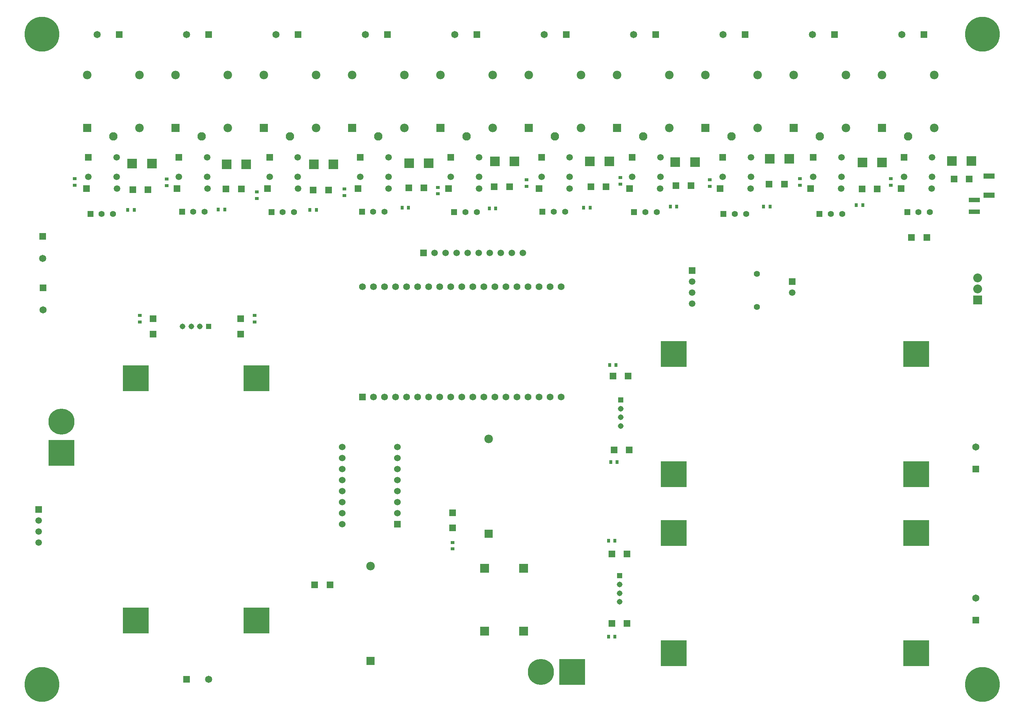
<source format=gbr>
%TF.GenerationSoftware,Altium Limited,Altium Designer,22.1.2 (22)*%
G04 Layer_Color=255*
%FSLAX45Y45*%
%MOMM*%
%TF.SameCoordinates,97720CCC-B93B-4F85-99AC-C394CD96EF65*%
%TF.FilePolarity,Positive*%
%TF.FileFunction,Pads,Top*%
%TF.Part,Single*%
G01*
G75*
%TA.AperFunction,SMDPad,CuDef*%
%ADD11R,2.00000X2.00000*%
%ADD12R,1.50000X1.50000*%
%ADD13R,2.60000X1.20000*%
%ADD14R,0.90000X0.70000*%
%ADD15R,0.70000X0.90000*%
%ADD16R,1.50000X1.50000*%
%ADD17R,2.30000X2.30000*%
%ADD18R,2.60000X1.10000*%
%TA.AperFunction,ComponentPad*%
%ADD22C,1.98000*%
%ADD23C,1.93500*%
%ADD24R,1.98000X1.98000*%
%ADD25C,1.49800*%
%ADD26R,1.49800X1.49800*%
%ADD27C,8.00000*%
%ADD28C,1.40000*%
%ADD29R,1.50000X1.50000*%
%ADD30C,1.50000*%
%ADD31R,1.53000X1.53000*%
%ADD32C,1.53000*%
%ADD33R,1.50000X1.50000*%
%ADD34R,2.04000X2.04000*%
%ADD35C,2.04000*%
%ADD36R,1.65000X1.65000*%
%ADD37C,1.65000*%
%ADD38C,1.30800*%
%ADD39R,1.30800X1.30800*%
%ADD40R,1.65000X1.65000*%
%ADD41C,6.00000*%
%ADD42R,6.00000X6.00000*%
%ADD43R,1.40000X1.40000*%
%ADD44R,6.00000X6.00000*%
%ADD45R,1.56000X1.56000*%
%ADD46C,1.56000*%
%ADD47R,1.30800X1.30800*%
D11*
X-3880700Y-6602900D02*
D03*
Y-8052900D02*
D03*
X-4780700D02*
D03*
Y-6602900D02*
D03*
D12*
X-1849360Y-7874000D02*
D03*
X-1499360D02*
D03*
X-1798560Y-3873500D02*
D03*
X-1448560D02*
D03*
X-1499360Y-6273800D02*
D03*
X-1849360D02*
D03*
X-1823960Y-2171700D02*
D03*
X-1473960D02*
D03*
X3904500Y2133600D02*
D03*
X4254500D02*
D03*
X-8338325Y-6985000D02*
D03*
X-8688326D02*
D03*
X6022600Y2362200D02*
D03*
X6372600D02*
D03*
X-12525000Y2120900D02*
D03*
X-12875000D02*
D03*
X-8372100Y2108200D02*
D03*
X-8722100D02*
D03*
X-28200Y2209800D02*
D03*
X-378200D02*
D03*
X-10378700Y2133600D02*
D03*
X-10728700D02*
D03*
X2118100Y2247900D02*
D03*
X1768100D02*
D03*
X-6175000Y2159000D02*
D03*
X-6525000D02*
D03*
X-4206500Y2184400D02*
D03*
X-4556500D02*
D03*
X-1984000D02*
D03*
X-2334000D02*
D03*
X5394700Y1016000D02*
D03*
X5044700D02*
D03*
D13*
X6832600Y2429800D02*
D03*
Y1989800D02*
D03*
D14*
X-10071100Y-925900D02*
D03*
Y-775900D02*
D03*
X-5511800Y-6007100D02*
D03*
Y-6157100D02*
D03*
X-8001000Y1982400D02*
D03*
Y2132400D02*
D03*
X-14211301Y2223700D02*
D03*
Y2373700D02*
D03*
X-10020300Y1918900D02*
D03*
Y2068900D02*
D03*
X-12090400Y2211000D02*
D03*
Y2361000D02*
D03*
X-1651000Y2249100D02*
D03*
Y2399100D02*
D03*
X-3810000Y2198300D02*
D03*
Y2348300D02*
D03*
X-5854700Y2021700D02*
D03*
Y2171700D02*
D03*
X-12712700Y-925900D02*
D03*
Y-775900D02*
D03*
X406400Y2198300D02*
D03*
Y2348300D02*
D03*
X4572000Y2223700D02*
D03*
Y2373700D02*
D03*
X2476500D02*
D03*
Y2223700D02*
D03*
D15*
X-1779200Y-5969000D02*
D03*
X-1929200D02*
D03*
X-1779200Y-8178800D02*
D03*
X-1929200D02*
D03*
X-1728400Y-4152900D02*
D03*
X-1878400D02*
D03*
X-1753800Y-1917700D02*
D03*
X-1903800D02*
D03*
X-12992101Y1651000D02*
D03*
X-12842101D02*
D03*
X-8799900Y1651000D02*
D03*
X-8649900D02*
D03*
X-2500700Y1701800D02*
D03*
X-2350700D02*
D03*
X-10909300Y1663700D02*
D03*
X-10759300D02*
D03*
X-506800Y1727200D02*
D03*
X-356800D02*
D03*
X-4672400Y1689100D02*
D03*
X-4522400D02*
D03*
X-6679000Y1701800D02*
D03*
X-6529000D02*
D03*
X3773100Y1765300D02*
D03*
X3923100D02*
D03*
X1789500Y1727200D02*
D03*
X1639500D02*
D03*
D16*
X-5511800Y-5324100D02*
D03*
Y-5674100D02*
D03*
X-12407900Y-1205740D02*
D03*
Y-855740D02*
D03*
X-10388600Y-1205740D02*
D03*
Y-855740D02*
D03*
D17*
X1781600Y2832100D02*
D03*
X2231600D02*
D03*
X-390100Y2755900D02*
D03*
X59900D02*
D03*
X5972600Y2781300D02*
D03*
X6422600D02*
D03*
X-12436900Y2717800D02*
D03*
X-12886900D02*
D03*
X-10265200Y2705100D02*
D03*
X-10715200D02*
D03*
X-8258600D02*
D03*
X-8708600D02*
D03*
X-6065100Y2730500D02*
D03*
X-6515100D02*
D03*
X-4093000Y2768600D02*
D03*
X-4543000D02*
D03*
X-1908600D02*
D03*
X-2358600D02*
D03*
X4368800Y2743200D02*
D03*
X3918800D02*
D03*
D18*
X6489700Y1882900D02*
D03*
Y1612900D02*
D03*
D22*
X4365700Y4762900D02*
D03*
X5565700D02*
D03*
Y3542900D02*
D03*
X-3762300Y4762900D02*
D03*
X-2562300D02*
D03*
Y3542900D02*
D03*
X-5794300Y4762900D02*
D03*
X-4594300D02*
D03*
Y3542900D02*
D03*
X-10690300D02*
D03*
Y4762900D02*
D03*
X-11890300D02*
D03*
X-4686300Y-3619700D02*
D03*
X3533700Y3542900D02*
D03*
Y4762900D02*
D03*
X2333700D02*
D03*
X-530300Y3542900D02*
D03*
Y4762900D02*
D03*
X-1730300D02*
D03*
X1501700Y3542900D02*
D03*
Y4762900D02*
D03*
X301700D02*
D03*
X-13922301D02*
D03*
X-12722300D02*
D03*
Y3542900D02*
D03*
X-8658300D02*
D03*
Y4762900D02*
D03*
X-9858300D02*
D03*
X-6626300Y3542900D02*
D03*
Y4762900D02*
D03*
X-7826300D02*
D03*
X-7404100Y-6553400D02*
D03*
D23*
X4965700Y3342900D02*
D03*
X-3162300D02*
D03*
X-5194300D02*
D03*
X-11290300D02*
D03*
X2933700D02*
D03*
X-1130300D02*
D03*
X901700D02*
D03*
X-13322301D02*
D03*
X-9258300D02*
D03*
X-7226300D02*
D03*
D24*
X4365700Y3542900D02*
D03*
X-3762300D02*
D03*
X-5794300D02*
D03*
X-11890300D02*
D03*
X-4686300Y-5803700D02*
D03*
X2333700Y3542900D02*
D03*
X-1730300D02*
D03*
X301700D02*
D03*
X-13922301D02*
D03*
X-9858300D02*
D03*
X-7826300D02*
D03*
X-7404100Y-8737400D02*
D03*
D25*
X-6990966Y2866600D02*
D03*
Y2416600D02*
D03*
X-7640966D02*
D03*
X2784255D02*
D03*
X3434255D02*
D03*
Y2866600D02*
D03*
X699210Y2416600D02*
D03*
X1349211D02*
D03*
Y2866600D02*
D03*
X-1385834Y2416600D02*
D03*
X-735833D02*
D03*
Y2866600D02*
D03*
X-2820878D02*
D03*
Y2416600D02*
D03*
X-3470878D02*
D03*
X-4905922Y2866600D02*
D03*
Y2416600D02*
D03*
X-5555922D02*
D03*
X-9726010D02*
D03*
X-9076010D02*
D03*
Y2866600D02*
D03*
X-11161054D02*
D03*
Y2416600D02*
D03*
X-11811054D02*
D03*
X-13896098D02*
D03*
X-13246098D02*
D03*
Y2866600D02*
D03*
X5519299D02*
D03*
Y2416600D02*
D03*
X4869299D02*
D03*
D26*
X-7640966Y2866600D02*
D03*
X2784255D02*
D03*
X699210D02*
D03*
X-1385834D02*
D03*
X-3470878D02*
D03*
X-5555922D02*
D03*
X-9726010D02*
D03*
X-11811054D02*
D03*
X-13896098D02*
D03*
X4869299D02*
D03*
D27*
X-14968600Y-9279000D02*
D03*
Y5697600D02*
D03*
X6675500Y-9279000D02*
D03*
Y5697600D02*
D03*
D28*
X1485900Y-584200D02*
D03*
Y177800D02*
D03*
X-3187700Y1612900D02*
D03*
X-2927700D02*
D03*
X-13589000Y1562100D02*
D03*
X-13328999D02*
D03*
X-11480800Y1611925D02*
D03*
X-11220800D02*
D03*
X-9423400Y1600200D02*
D03*
X-9163400D02*
D03*
X-7340600Y1612900D02*
D03*
X-7080600D02*
D03*
X-1079500Y1600200D02*
D03*
X-819500D02*
D03*
X5207000D02*
D03*
X5467000D02*
D03*
X-5219700D02*
D03*
X-4959700D02*
D03*
X977900Y1562100D02*
D03*
X1237900D02*
D03*
X3187700D02*
D03*
X3447700D02*
D03*
D29*
X-6184900Y660400D02*
D03*
X2718400Y2146300D02*
D03*
X635600D02*
D03*
X-13944000D02*
D03*
X-11861200D02*
D03*
X-1447200D02*
D03*
X-3530000D02*
D03*
X-5612800D02*
D03*
X-7695600D02*
D03*
X-9778400D02*
D03*
X4801200D02*
D03*
D30*
X-5930900Y660400D02*
D03*
X-5676900D02*
D03*
X-5422900D02*
D03*
X-5168900D02*
D03*
X-4914900D02*
D03*
X-4660900D02*
D03*
X-4406900D02*
D03*
X-4152900D02*
D03*
X-3898900D02*
D03*
X2300000Y-254000D02*
D03*
X3428400Y2146300D02*
D03*
X1345600D02*
D03*
X-13234000D02*
D03*
X-11151200D02*
D03*
X-737200D02*
D03*
X-2820000D02*
D03*
X-4902800D02*
D03*
X-6985600D02*
D03*
X-9068400D02*
D03*
X5511200D02*
D03*
X0Y-508000D02*
D03*
Y-254000D02*
D03*
Y0D02*
D03*
X-15036800Y-6007100D02*
D03*
Y-5753100D02*
D03*
Y-5499100D02*
D03*
D31*
X-6781800Y-5588000D02*
D03*
D32*
Y-5334000D02*
D03*
Y-5080000D02*
D03*
Y-4826000D02*
D03*
Y-4572000D02*
D03*
Y-4318000D02*
D03*
Y-4064000D02*
D03*
Y-3810000D02*
D03*
X-8051800D02*
D03*
Y-4064000D02*
D03*
Y-4318000D02*
D03*
Y-4572000D02*
D03*
Y-4826000D02*
D03*
Y-5080000D02*
D03*
Y-5334000D02*
D03*
Y-5588000D02*
D03*
D33*
X2300000Y0D02*
D03*
X0Y254000D02*
D03*
X-15036800Y-5245100D02*
D03*
D34*
X6565900Y-419100D02*
D03*
D35*
Y-165100D02*
D03*
Y88900D02*
D03*
D36*
X5333999Y5689600D02*
D03*
X3275817D02*
D03*
X1217635D02*
D03*
X-11633200Y-9156700D02*
D03*
X-13189639Y5689600D02*
D03*
X-11131458D02*
D03*
X-9073275D02*
D03*
X-7015093D02*
D03*
X-4956911D02*
D03*
X-2898729D02*
D03*
X-840547D02*
D03*
D37*
X4825999D02*
D03*
X2767817D02*
D03*
X709635D02*
D03*
X-14935201Y-647700D02*
D03*
X-11125200Y-9156700D02*
D03*
X-13697639Y5689600D02*
D03*
X-11639458D02*
D03*
X-9581275D02*
D03*
X-7523093D02*
D03*
X-5464911D02*
D03*
X-3406729D02*
D03*
X-1348547D02*
D03*
X6527800Y-7289800D02*
D03*
X-14947900Y533400D02*
D03*
X6527800Y-3810000D02*
D03*
D38*
X-11728400Y-1032090D02*
D03*
X-11528400D02*
D03*
X-11328400D02*
D03*
X-1673010Y-6975500D02*
D03*
Y-7175500D02*
D03*
Y-7375500D02*
D03*
X-1647610Y-2924200D02*
D03*
Y-3124200D02*
D03*
Y-3324200D02*
D03*
D39*
X-11128400Y-1032090D02*
D03*
D40*
X-14935201Y-139700D02*
D03*
X6527800Y-7797800D02*
D03*
X-14947900Y1041400D02*
D03*
X6527800Y-4318000D02*
D03*
D41*
X-14517999Y-3226800D02*
D03*
X-3484200Y-8989600D02*
D03*
D42*
X-14517999Y-3946800D02*
D03*
X-427800Y-8560500D02*
D03*
Y-5790500D02*
D03*
X5152200Y-8560500D02*
D03*
Y-5790500D02*
D03*
X-427800Y-4433000D02*
D03*
Y-1663000D02*
D03*
X5152200Y-4433000D02*
D03*
Y-1663000D02*
D03*
D43*
X-3447700Y1612900D02*
D03*
X-13849001Y1562100D02*
D03*
X-11740800Y1611925D02*
D03*
X-9683400Y1600200D02*
D03*
X-7600600Y1612900D02*
D03*
X-1339500Y1600200D02*
D03*
X4947000D02*
D03*
X-5479700D02*
D03*
X717900Y1562100D02*
D03*
X2927700D02*
D03*
D44*
X-2764200Y-8989600D02*
D03*
X-12802299Y-2226500D02*
D03*
X-10032300D02*
D03*
X-12802299Y-7806500D02*
D03*
X-10032300D02*
D03*
D45*
X-7589400Y-2654300D02*
D03*
D46*
X-7335400D02*
D03*
X-3017400D02*
D03*
X-7081400D02*
D03*
X-6827400D02*
D03*
X-6573400D02*
D03*
X-6319400D02*
D03*
X-6065400D02*
D03*
X-5811400D02*
D03*
X-5557400D02*
D03*
X-5303400D02*
D03*
X-5049400D02*
D03*
X-4795400D02*
D03*
X-4541400D02*
D03*
X-4287400D02*
D03*
X-4033400D02*
D03*
X-3779400D02*
D03*
X-3525400D02*
D03*
X-3271400D02*
D03*
X-7589400Y-114300D02*
D03*
X-7335400D02*
D03*
X-7081400D02*
D03*
X-6827400D02*
D03*
X-6573400D02*
D03*
X-6319400D02*
D03*
X-6065400D02*
D03*
X-5811400D02*
D03*
X-5557400D02*
D03*
X-5303400D02*
D03*
X-5049400D02*
D03*
X-4795400D02*
D03*
X-4541400D02*
D03*
X-4287400D02*
D03*
X-4033400D02*
D03*
X-3779400D02*
D03*
X-3525400D02*
D03*
X-3271400D02*
D03*
X-3017400D02*
D03*
D47*
X-1673010Y-6775500D02*
D03*
X-1647610Y-2724200D02*
D03*
%TF.MD5,0c21119bb8b4935037f6626b0555cabd*%
M02*

</source>
